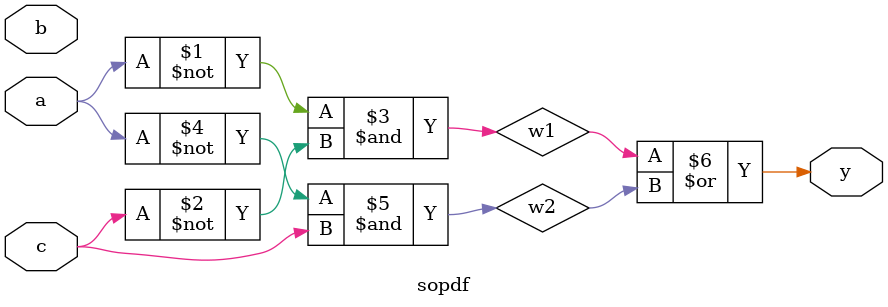
<source format=v>

module sopdf(a,b,c,y);
  input a,b,c;
  output y;
  wire w1=(~a)&(~c);
  wire w2=(~a)&c;
  assign y=w1|w2;
endmodule

</source>
